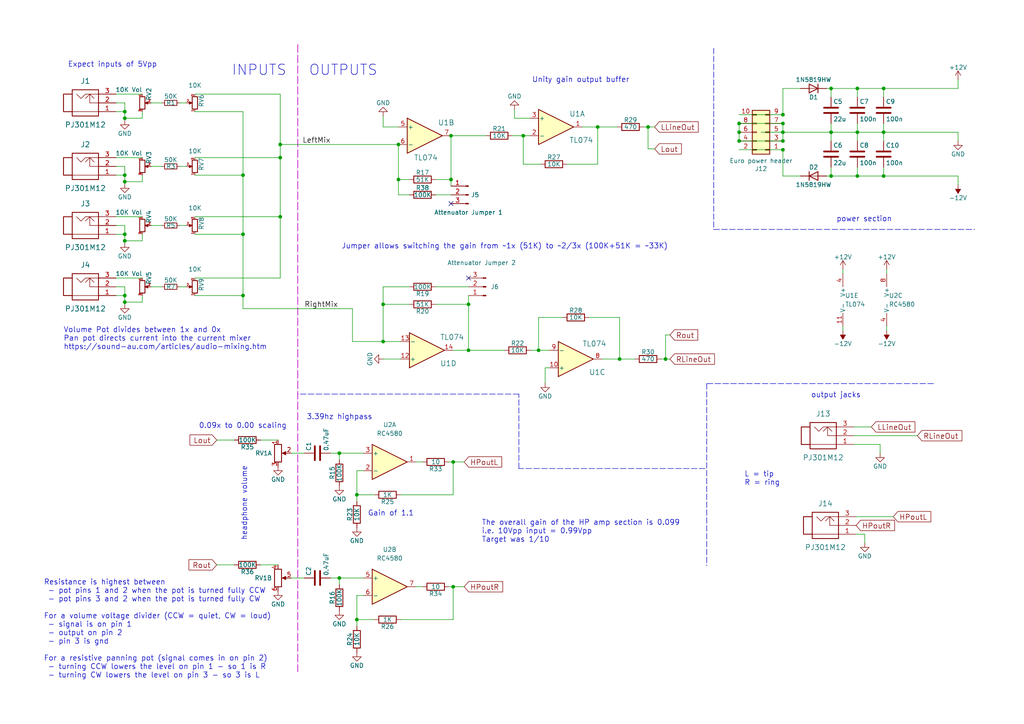
<source format=kicad_sch>
(kicad_sch (version 20211123) (generator eeschema)
  (paper "A4")
  (lib_symbols
    (symbol "Amplifier_Operational:RC4580" (pin_names (offset 0.127))
      (property "Reference" "U" (at 0 5.08 0))
      (property "Value" "RC4580" (at 0 -5.08 0))
      (symbol "RC4580_1_1"
        (polyline (pts (xy -5.08 5.08) (xy 5.08 0) (xy -5.08 -5.08) (xy -5.08 5.08)) (stroke (width 0.254)) (fill (type background)))
        (pin output line (at 7.62 0 180) (length 2.54) (name "~") (number "1"))
        (pin input line (at -7.62 -2.54 0) (length 2.54) (name "-") (number "2"))
        (pin input line (at -7.62 2.54 0) (length 2.54) (name "+") (number "3"))
      )
      (symbol "RC4580_2_1"
        (polyline (pts (xy -5.08 5.08) (xy 5.08 0) (xy -5.08 -5.08) (xy -5.08 5.08)) (stroke (width 0.254)) (fill (type background)))
        (pin input line (at -7.62 2.54 0) (length 2.54) (name "+") (number "5"))
        (pin input line (at -7.62 -2.54 0) (length 2.54) (name "-") (number "6"))
        (pin output line (at 7.62 0 180) (length 2.54) (name "~") (number "7"))
      )
      (symbol "RC4580_3_1"
        (pin power_in line (at -2.54 -7.62 90) (length 3.81) (name "V-") (number "4"))
        (pin power_in line (at -2.54 7.62 270) (length 3.81) (name "V+") (number "8"))
      )
    )
    (symbol "Amplifier_Operational:TL074" (pin_names (offset 0.127))
      (property "Reference" "U" (at 0 5.08 0))
      (property "Value" "TL074" (at 0 -5.08 0))
      (symbol "TL074_1_1"
        (polyline (pts (xy -5.08 5.08) (xy 5.08 0) (xy -5.08 -5.08) (xy -5.08 5.08)) (stroke (width 0.254)) (fill (type background)))
        (pin output line (at 7.62 0 180) (length 2.54) (name "~") (number "1"))
        (pin input line (at -7.62 -2.54 0) (length 2.54) (name "-") (number "2"))
        (pin input line (at -7.62 2.54 0) (length 2.54) (name "+") (number "3"))
      )
      (symbol "TL074_2_1"
        (polyline (pts (xy -5.08 5.08) (xy 5.08 0) (xy -5.08 -5.08) (xy -5.08 5.08)) (stroke (width 0.254)) (fill (type background)))
        (pin input line (at -7.62 2.54 0) (length 2.54) (name "+") (number "5"))
        (pin input line (at -7.62 -2.54 0) (length 2.54) (name "-") (number "6"))
        (pin output line (at 7.62 0 180) (length 2.54) (name "~") (number "7"))
      )
      (symbol "TL074_3_1"
        (polyline (pts (xy -5.08 5.08) (xy 5.08 0) (xy -5.08 -5.08) (xy -5.08 5.08)) (stroke (width 0.254)) (fill (type background)))
        (pin input line (at -7.62 2.54 0) (length 2.54) (name "+") (number "10"))
        (pin output line (at 7.62 0 180) (length 2.54) (name "~") (number "8"))
        (pin input line (at -7.62 -2.54 0) (length 2.54) (name "-") (number "9"))
      )
      (symbol "TL074_4_1"
        (polyline (pts (xy -5.08 5.08) (xy 5.08 0) (xy -5.08 -5.08) (xy -5.08 5.08)) (stroke (width 0.254)) (fill (type background)))
        (pin input line (at -7.62 2.54 0) (length 2.54) (name "+") (number "12"))
        (pin input line (at -7.62 -2.54 0) (length 2.54) (name "-") (number "13"))
        (pin output line (at 7.62 0 180) (length 2.54) (name "~") (number "14"))
      )
      (symbol "TL074_5_1"
        (pin power_in line (at -2.54 -7.62 90) (length 3.81) (name "V-") (number "11"))
        (pin power_in line (at -2.54 7.62 270) (length 3.81) (name "V+") (number "4"))
      )
    )
    (symbol "Connector:Conn_01x03_Male" (pin_names (offset 1.016) hide)
      (property "Reference" "J" (at 0 5.08 0))
      (property "Value" "Conn_01x03_Male" (at 0 -5.08 0))
      (symbol "Conn_01x03_Male_1_1"
        (polyline (pts (xy 1.27 -2.54) (xy 0.8636 -2.54)) (stroke (width 0.1524)))
        (polyline (pts (xy 1.27 0) (xy 0.8636 0)) (stroke (width 0.1524)))
        (polyline (pts (xy 1.27 2.54) (xy 0.8636 2.54)) (stroke (width 0.1524)))
        (rectangle (start 0.8636 -2.413) (end 0 -2.667) (stroke (width 0.1524)) (fill (type outline)))
        (rectangle (start 0.8636 0.127) (end 0 -0.127) (stroke (width 0.1524)) (fill (type outline)))
        (rectangle (start 0.8636 2.667) (end 0 2.413) (stroke (width 0.1524)) (fill (type outline)))
        (pin passive line (at 5.08 2.54 180) (length 3.81) (name "Pin_1") (number "1"))
        (pin passive line (at 5.08 0 180) (length 3.81) (name "Pin_2") (number "2"))
        (pin passive line (at 5.08 -2.54 180) (length 3.81) (name "Pin_3") (number "3"))
      )
    )
    (symbol "Connector_Generic:Conn_02x05_Odd_Even" (pin_names (offset 1.016) hide)
      (property "Reference" "J" (at 1.27 7.62 0))
      (property "Value" "Conn_02x05_Odd_Even" (at 1.27 -7.62 0))
      (symbol "Conn_02x05_Odd_Even_1_1"
        (rectangle (start -1.27 -4.953) (end 0 -5.207) (stroke (width 0.1524)))
        (rectangle (start -1.27 -2.413) (end 0 -2.667) (stroke (width 0.1524)))
        (rectangle (start -1.27 0.127) (end 0 -0.127) (stroke (width 0.1524)))
        (rectangle (start -1.27 2.667) (end 0 2.413) (stroke (width 0.1524)))
        (rectangle (start -1.27 5.207) (end 0 4.953) (stroke (width 0.1524)))
        (rectangle (start -1.27 6.35) (end 3.81 -6.35) (stroke (width 0.254)) (fill (type background)))
        (rectangle (start 3.81 -4.953) (end 2.54 -5.207) (stroke (width 0.1524)))
        (rectangle (start 3.81 -2.413) (end 2.54 -2.667) (stroke (width 0.1524)))
        (rectangle (start 3.81 0.127) (end 2.54 -0.127) (stroke (width 0.1524)))
        (rectangle (start 3.81 2.667) (end 2.54 2.413) (stroke (width 0.1524)))
        (rectangle (start 3.81 5.207) (end 2.54 4.953) (stroke (width 0.1524)))
        (pin passive line (at -5.08 5.08 0) (length 3.81) (name "Pin_1") (number "1"))
        (pin passive line (at 7.62 -5.08 180) (length 3.81) (name "Pin_10") (number "10"))
        (pin passive line (at 7.62 5.08 180) (length 3.81) (name "Pin_2") (number "2"))
        (pin passive line (at -5.08 2.54 0) (length 3.81) (name "Pin_3") (number "3"))
        (pin passive line (at 7.62 2.54 180) (length 3.81) (name "Pin_4") (number "4"))
        (pin passive line (at -5.08 0 0) (length 3.81) (name "Pin_5") (number "5"))
        (pin passive line (at 7.62 0 180) (length 3.81) (name "Pin_6") (number "6"))
        (pin passive line (at -5.08 -2.54 0) (length 3.81) (name "Pin_7") (number "7"))
        (pin passive line (at 7.62 -2.54 180) (length 3.81) (name "Pin_8") (number "8"))
        (pin passive line (at -5.08 -5.08 0) (length 3.81) (name "Pin_9") (number "9"))
      )
    )
    (symbol "Device:C" (pin_numbers hide) (pin_names (offset 0.254))
      (property "Reference" "C" (at 0.635 2.54 0))
      (property "Value" "C" (at 0.635 -2.54 0))
      (symbol "C_0_1"
        (polyline (pts (xy -2.032 -0.762) (xy 2.032 -0.762)) (stroke (width 0.508)))
        (polyline (pts (xy -2.032 0.762) (xy 2.032 0.762)) (stroke (width 0.508)))
      )
      (symbol "C_1_1"
        (pin passive line (at 0 3.81 270) (length 2.794) (name "~") (number "1"))
        (pin passive line (at 0 -3.81 90) (length 2.794) (name "~") (number "2"))
      )
    )
    (symbol "Device:D" (pin_numbers hide) (pin_names (offset 1.016) hide)
      (property "Reference" "D" (at 0 2.54 0))
      (property "Value" "D" (at 0 -2.54 0))
      (symbol "D_0_1"
        (polyline (pts (xy -1.27 1.27) (xy -1.27 -1.27)) (stroke (width 0.254)))
        (polyline (pts (xy 1.27 0) (xy -1.27 0)))
        (polyline (pts (xy 1.27 1.27) (xy 1.27 -1.27) (xy -1.27 0) (xy 1.27 1.27)) (stroke (width 0.254)))
      )
      (symbol "D_1_1"
        (pin passive line (at -3.81 0 0) (length 2.54) (name "K") (number "1"))
        (pin passive line (at 3.81 0 180) (length 2.54) (name "A") (number "2"))
      )
    )
    (symbol "Device:R" (pin_numbers hide) (pin_names (offset 0))
      (property "Reference" "R" (at 2.032 0 90))
      (property "Value" "R" (at 0 0 90))
      (symbol "R_0_1"
        (rectangle (start -1.016 -2.54) (end 1.016 2.54) (stroke (width 0.254)))
      )
      (symbol "R_1_1"
        (pin passive line (at 0 3.81 270) (length 1.27) (name "~") (number "1"))
        (pin passive line (at 0 -3.81 90) (length 1.27) (name "~") (number "2"))
      )
    )
    (symbol "Device:R_POT_Dual_Separate" (pin_names (offset 1.016) hide)
      (property "Reference" "RV" (at -4.445 0 90))
      (property "Value" "Device_R_POT_Dual_Separate" (at -2.54 0 90))
      (symbol "R_POT_Dual_Separate_0_1"
        (polyline (pts (xy 2.54 0) (xy 1.524 0)))
        (polyline (pts (xy 1.143 0) (xy 2.286 0.508) (xy 2.286 -0.508) (xy 1.143 0)) (fill (type outline)))
        (rectangle (start 1.016 2.54) (end -1.016 -2.54) (stroke (width 0.254)))
      )
      (symbol "R_POT_Dual_Separate_1_1"
        (pin passive line (at 0 3.81 270) (length 1.27) (name "1") (number "1"))
        (pin passive line (at 3.81 0 180) (length 1.27) (name "2") (number "2"))
        (pin passive line (at 0 -3.81 90) (length 1.27) (name "3") (number "3"))
      )
      (symbol "R_POT_Dual_Separate_2_1"
        (pin passive line (at 0 3.81 270) (length 1.27) (name "4") (number "4"))
        (pin passive line (at 3.81 0 180) (length 1.27) (name "5") (number "5"))
        (pin passive line (at 0 -3.81 90) (length 1.27) (name "6") (number "6"))
      )
    )
    (symbol "Device:R_Potentiometer_Small" (pin_names (offset 1.016) hide)
      (property "Reference" "RV" (at -4.445 0 90))
      (property "Value" "R_Potentiometer_Small" (at -2.54 0 90))
      (symbol "R_Potentiometer_Small_0_1"
        (polyline (pts (xy 0.889 0) (xy 0.635 0) (xy 1.651 0.381) (xy 1.651 -0.381) (xy 0.635 0) (xy 0.889 0)) (fill (type outline)))
        (rectangle (start 0.762 1.8034) (end -0.762 -1.8034) (stroke (width 0.254)))
      )
      (symbol "R_Potentiometer_Small_1_1"
        (pin passive line (at 0 2.54 270) (length 0.635) (name "1") (number "1"))
        (pin passive line (at 2.54 0 180) (length 0.9906) (name "2") (number "2"))
        (pin passive line (at 0 -2.54 90) (length 0.635) (name "3") (number "3"))
      )
    )
    (symbol "Device:R_Small" (pin_numbers hide) (pin_names (offset 0.254) hide)
      (property "Reference" "R" (at 0.762 0.508 0))
      (property "Value" "R_Small" (at 0.762 -1.016 0))
      (symbol "R_Small_0_1"
        (rectangle (start -0.762 1.778) (end 0.762 -1.778) (stroke (width 0.2032)))
      )
      (symbol "R_Small_1_1"
        (pin passive line (at 0 2.54 270) (length 0.762) (name "~") (number "1"))
        (pin passive line (at 0 -2.54 90) (length 0.762) (name "~") (number "2"))
      )
    )
    (symbol "pj301m12:PJ301M12" (pin_names (offset 1.016))
      (property "Reference" "J" (at 0 6.35 0))
      (property "Value" "PJ301M12" (at 0 -6.35 0))
      (symbol "PJ301M12_0_1"
        (rectangle (start -3.81 3.81) (end 3.81 -3.81) (stroke (width 0.254)))
        (polyline (pts (xy 3.81 -2.54) (xy -3.81 -2.54)))
        (polyline (pts (xy 0 1.27) (xy 1.27 2.54) (xy 2.54 1.27)))
        (polyline (pts (xy 3.81 0) (xy 1.27 0) (xy 1.27 2.54)))
        (polyline (pts (xy -3.81 2.54) (xy -6.35 2.54) (xy -6.35 -2.54) (xy -3.81 -2.54)) (stroke (width 0.254)))
        (polyline (pts (xy 3.81 2.54) (xy 0 2.54) (xy -1.27 1.27) (xy -2.54 2.54)))
      )
      (symbol "PJ301M12_1_1"
        (pin passive line (at 8.89 -2.54 180) (length 5.08) (name "~") (number "1"))
        (pin passive line (at 8.89 0 180) (length 5.08) (name "~") (number "2"))
        (pin passive line (at 8.89 2.54 180) (length 5.08) (name "~") (number "3"))
      )
    )
    (symbol "power:+12V" (power) (pin_names (offset 0))
      (property "Value" "+12V" (at 0 3.556 0))
      (symbol "+12V_0_1"
        (polyline (pts (xy -0.762 1.27) (xy 0 2.54)))
        (polyline (pts (xy 0 0) (xy 0 2.54)))
        (polyline (pts (xy 0 2.54) (xy 0.762 1.27)))
      )
      (symbol "+12V_1_1"
        (pin power_in line (at 0 0 90) (length 0) hide (name "+12V") (number "1"))
      )
    )
    (symbol "power:-12V" (power) (pin_names (offset 0))
      (property "Value" "-12V" (at 0 3.81 0))
      (symbol "-12V_0_0"
        (pin power_in line (at 0 0 90) (length 0) hide (name "-12V") (number "1"))
      )
      (symbol "-12V_0_1"
        (polyline (pts (xy 0 0) (xy 0 1.27) (xy 0.762 1.27) (xy 0 2.54) (xy -0.762 1.27) (xy 0 1.27)) (fill (type outline)))
      )
    )
    (symbol "power:GND" (power) (pin_names (offset 0))
      (property "Value" "GND" (at 0 -3.81 0))
      (symbol "GND_0_1"
        (polyline (pts (xy 0 0) (xy 0 -1.27) (xy 1.27 -1.27) (xy 0 -2.54) (xy -1.27 -1.27) (xy 0 -1.27)))
      )
      (symbol "GND_1_1"
        (pin power_in line (at 0 0 270) (length 0) hide (name "GND") (number "1"))
      )
    )
  )
  (junction (at 131.445 170.18))
  (junction (at 248.666 51.054))
  (junction (at 115.57 41.91))
  (junction (at 248.666 38.354))
  (junction (at 36.195 34.29))
  (junction (at 227.076 40.894))
  (junction (at 193.04 104.14))
  (junction (at 36.195 32.385))
  (junction (at 36.195 87.63))
  (junction (at 70.485 67.945))
  (junction (at 115.57 52.07))
  (junction (at 98.425 167.64))
  (junction (at 111.125 88.265))
  (junction (at 98.425 131.445))
  (junction (at 214.376 35.814))
  (junction (at 227.076 35.814))
  (junction (at 36.195 85.725))
  (junction (at 81.28 41.91))
  (junction (at 256.286 38.354))
  (junction (at 227.076 43.434))
  (junction (at 156.21 101.6))
  (junction (at 36.195 50.8))
  (junction (at 111.125 99.06))
  (junction (at 36.195 52.705))
  (junction (at 103.505 143.51))
  (junction (at 151.765 39.37))
  (junction (at 214.376 40.894))
  (junction (at 36.195 69.85))
  (junction (at 241.046 51.054))
  (junction (at 135.89 101.6))
  (junction (at 81.28 45.72))
  (junction (at 256.286 51.054))
  (junction (at 70.485 85.725))
  (junction (at 227.076 38.354))
  (junction (at 70.485 50.8))
  (junction (at 227.076 33.274))
  (junction (at 173.355 36.83))
  (junction (at 130.81 52.07))
  (junction (at 81.28 62.865))
  (junction (at 179.705 104.14))
  (junction (at 130.81 39.37))
  (junction (at 36.195 67.945))
  (junction (at 256.286 25.654))
  (junction (at 214.376 38.354))
  (junction (at 248.666 25.654))
  (junction (at 131.445 133.985))
  (junction (at 135.89 88.265))
  (junction (at 103.505 179.705))
  (junction (at 187.96 36.83))
  (junction (at 241.046 38.354))
  (junction (at 241.046 25.654))
  (no_connect (at 130.81 59.055))
  (no_connect (at 135.89 80.645))
  (wire (pts (xy 227.076 35.814) (xy 227.076 38.354)))
  (wire (pts (xy 241.046 25.654) (xy 248.666 25.654)))
  (wire (pts (xy 111.125 104.14) (xy 116.205 104.14)))
  (wire (pts (xy 41.275 69.85) (xy 36.195 69.85)))
  (wire (pts (xy 111.125 99.06) (xy 111.125 88.265)))
  (wire (pts (xy 43.815 65.405) (xy 46.99 65.405)))
  (wire (pts (xy 135.89 88.265) (xy 135.89 101.6)))
  (wire (pts (xy 130.81 52.07) (xy 130.81 53.975)))
  (wire (pts (xy 43.815 29.845) (xy 46.99 29.845)))
  (wire (pts (xy 103.505 179.705) (xy 103.505 181.61)))
  (wire (pts (xy 98.425 167.64) (xy 98.425 169.545)))
  (wire (pts (xy 151.765 47.625) (xy 156.845 47.625)))
  (wire (pts (xy 105.41 136.525) (xy 103.505 136.525)))
  (wire (pts (xy 248.666 25.654) (xy 248.666 28.194)))
  (wire (pts (xy 220.726 38.354) (xy 227.076 38.354)))
  (wire (pts (xy 84.455 131.445) (xy 88.265 131.445)))
  (wire (pts (xy 36.195 67.945) (xy 36.195 69.85)))
  (wire (pts (xy 105.41 172.72) (xy 103.505 172.72)))
  (wire (pts (xy 33.655 83.185) (xy 36.195 83.185)))
  (wire (pts (xy 115.57 52.07) (xy 118.745 52.07)))
  (wire (pts (xy 135.89 85.725) (xy 135.89 88.265)))
  (wire (pts (xy 255.27 128.905) (xy 255.27 131.445)))
  (wire (pts (xy 130.175 133.985) (xy 131.445 133.985)))
  (wire (pts (xy 241.046 35.814) (xy 241.046 38.354)))
  (wire (pts (xy 33.655 50.8) (xy 36.195 50.8)))
  (wire (pts (xy 98.425 131.445) (xy 105.41 131.445)))
  (wire (pts (xy 186.69 36.83) (xy 187.96 36.83)))
  (wire (pts (xy 115.57 41.91) (xy 115.57 52.07)))
  (wire (pts (xy 191.77 104.14) (xy 193.04 104.14)))
  (wire (pts (xy 84.455 167.64) (xy 88.265 167.64)))
  (wire (pts (xy 41.275 85.725) (xy 41.275 87.63)))
  (wire (pts (xy 116.205 99.06) (xy 111.125 99.06)))
  (wire (pts (xy 156.21 92.075) (xy 163.195 92.075)))
  (wire (pts (xy 33.655 80.645) (xy 41.275 80.645)))
  (wire (pts (xy 103.505 136.525) (xy 103.505 143.51)))
  (wire (pts (xy 247.65 126.365) (xy 266.065 126.365)))
  (wire (pts (xy 103.505 172.72) (xy 103.505 179.705)))
  (wire (pts (xy 36.195 69.85) (xy 36.195 70.485)))
  (wire (pts (xy 81.28 45.72) (xy 81.28 62.865)))
  (wire (pts (xy 131.445 133.985) (xy 131.445 143.51)))
  (wire (pts (xy 248.666 38.354) (xy 248.666 40.894)))
  (wire (pts (xy 241.046 51.054) (xy 248.666 51.054)))
  (wire (pts (xy 41.275 87.63) (xy 36.195 87.63)))
  (wire (pts (xy 164.465 47.625) (xy 173.355 47.625)))
  (wire (pts (xy 36.195 65.405) (xy 36.195 67.945)))
  (wire (pts (xy 247.65 123.825) (xy 252.73 123.825)))
  (wire (pts (xy 70.485 67.945) (xy 70.485 85.725)))
  (wire (pts (xy 256.286 25.654) (xy 277.876 25.654)))
  (wire (pts (xy 248.666 48.514) (xy 248.666 51.054)))
  (wire (pts (xy 41.275 32.385) (xy 41.275 34.29)))
  (wire (pts (xy 244.475 78.105) (xy 244.475 79.375)))
  (wire (pts (xy 257.175 94.615) (xy 257.175 95.885)))
  (wire (pts (xy 36.195 83.185) (xy 36.195 85.725)))
  (wire (pts (xy 131.445 101.6) (xy 135.89 101.6)))
  (wire (pts (xy 131.445 133.985) (xy 134.62 133.985)))
  (wire (pts (xy 130.81 39.37) (xy 140.97 39.37)))
  (wire (pts (xy 135.89 101.6) (xy 146.304 101.6)))
  (polyline (pts (xy 204.47 135.89) (xy 150.495 135.89)))
  (wire (pts (xy 111.125 88.265) (xy 111.125 83.185)))
  (wire (pts (xy 241.046 38.354) (xy 241.046 40.894)))
  (wire (pts (xy 277.876 25.654) (xy 277.876 23.114)))
  (wire (pts (xy 214.376 35.814) (xy 227.076 35.814)))
  (wire (pts (xy 148.59 39.37) (xy 151.765 39.37)))
  (wire (pts (xy 241.046 25.654) (xy 241.046 28.194)))
  (polyline (pts (xy 86.36 12.954) (xy 86.36 194.818)) (stroke (width 0.2032) (color 194 0 194 1)))
  (polyline (pts (xy 270.764 111.252) (xy 204.978 111.252)))
  (wire (pts (xy 248.285 149.86) (xy 259.08 149.86)))
  (wire (pts (xy 75.565 127.635) (xy 80.645 127.635)))
  (wire (pts (xy 158.115 106.68) (xy 158.115 111.125)))
  (wire (pts (xy 248.666 38.354) (xy 256.286 38.354)))
  (wire (pts (xy 168.91 36.83) (xy 173.355 36.83)))
  (polyline (pts (xy 204.978 111.252) (xy 204.978 164.084)))
  (wire (pts (xy 36.195 29.845) (xy 36.195 32.385)))
  (wire (pts (xy 70.485 89.535) (xy 102.235 89.535)))
  (wire (pts (xy 36.195 32.385) (xy 36.195 34.29)))
  (wire (pts (xy 173.355 36.83) (xy 173.355 47.625)))
  (wire (pts (xy 36.195 52.705) (xy 36.195 53.34)))
  (wire (pts (xy 52.07 48.26) (xy 53.975 48.26)))
  (wire (pts (xy 247.65 128.905) (xy 255.27 128.905)))
  (wire (pts (xy 126.365 52.07) (xy 130.81 52.07)))
  (wire (pts (xy 81.28 41.91) (xy 115.57 41.91)))
  (wire (pts (xy 244.475 94.615) (xy 244.475 95.885)))
  (wire (pts (xy 126.365 56.515) (xy 130.81 56.515)))
  (wire (pts (xy 56.515 62.865) (xy 81.28 62.865)))
  (wire (pts (xy 173.355 36.83) (xy 179.07 36.83)))
  (wire (pts (xy 33.655 85.725) (xy 36.195 85.725)))
  (wire (pts (xy 131.445 170.18) (xy 134.62 170.18)))
  (wire (pts (xy 227.076 43.434) (xy 227.076 51.054)))
  (wire (pts (xy 98.425 131.445) (xy 98.425 133.35)))
  (wire (pts (xy 102.235 89.535) (xy 102.235 99.06)))
  (wire (pts (xy 193.04 97.155) (xy 193.04 104.14)))
  (wire (pts (xy 70.485 50.8) (xy 70.485 67.945)))
  (wire (pts (xy 33.655 67.945) (xy 36.195 67.945)))
  (wire (pts (xy 33.655 27.305) (xy 41.275 27.305)))
  (wire (pts (xy 126.365 88.265) (xy 135.89 88.265)))
  (wire (pts (xy 52.07 29.845) (xy 53.975 29.845)))
  (wire (pts (xy 156.21 92.075) (xy 156.21 101.6)))
  (wire (pts (xy 239.776 25.654) (xy 241.046 25.654)))
  (polyline (pts (xy 150.495 114.3) (xy 86.36 114.3)))
  (wire (pts (xy 111.125 33.655) (xy 111.125 36.83)))
  (wire (pts (xy 214.376 40.894) (xy 214.376 38.354)))
  (wire (pts (xy 33.655 48.26) (xy 36.195 48.26)))
  (wire (pts (xy 43.815 83.185) (xy 46.99 83.185)))
  (wire (pts (xy 52.07 65.405) (xy 53.975 65.405)))
  (polyline (pts (xy 207.01 66.548) (xy 282.702 66.548)))
  (wire (pts (xy 227.076 38.354) (xy 227.076 40.894)))
  (wire (pts (xy 241.046 38.354) (xy 248.666 38.354)))
  (wire (pts (xy 187.96 36.83) (xy 187.96 43.18)))
  (wire (pts (xy 41.275 34.29) (xy 36.195 34.29)))
  (polyline (pts (xy 150.495 135.89) (xy 150.495 114.3)))
  (wire (pts (xy 95.885 131.445) (xy 98.425 131.445)))
  (wire (pts (xy 62.865 163.83) (xy 67.945 163.83)))
  (wire (pts (xy 151.765 39.37) (xy 153.67 39.37)))
  (wire (pts (xy 52.07 83.185) (xy 53.975 83.185)))
  (wire (pts (xy 227.076 33.274) (xy 227.076 25.654)))
  (wire (pts (xy 43.815 48.26) (xy 46.99 48.26)))
  (wire (pts (xy 75.565 163.83) (xy 80.645 163.83)))
  (wire (pts (xy 174.625 104.14) (xy 179.705 104.14)))
  (wire (pts (xy 256.286 51.054) (xy 277.876 51.054)))
  (wire (pts (xy 111.125 83.185) (xy 118.745 83.185)))
  (wire (pts (xy 103.505 143.51) (xy 103.505 145.415)))
  (wire (pts (xy 95.885 167.64) (xy 98.425 167.64)))
  (polyline (pts (xy 207.01 13.97) (xy 207.01 66.548)))
  (wire (pts (xy 227.076 38.354) (xy 241.046 38.354)))
  (wire (pts (xy 193.04 104.14) (xy 194.31 104.14)))
  (wire (pts (xy 277.876 51.054) (xy 277.876 53.594)))
  (wire (pts (xy 70.485 85.725) (xy 70.485 89.535)))
  (wire (pts (xy 103.505 143.51) (xy 108.585 143.51)))
  (wire (pts (xy 241.046 48.514) (xy 241.046 51.054)))
  (wire (pts (xy 111.125 36.83) (xy 115.57 36.83)))
  (wire (pts (xy 227.076 40.894) (xy 214.376 40.894)))
  (wire (pts (xy 156.21 101.6) (xy 159.385 101.6)))
  (wire (pts (xy 179.705 92.075) (xy 179.705 104.14)))
  (wire (pts (xy 62.865 127.635) (xy 67.945 127.635)))
  (wire (pts (xy 277.876 38.354) (xy 277.876 40.894)))
  (wire (pts (xy 33.655 45.72) (xy 41.275 45.72)))
  (wire (pts (xy 56.515 32.385) (xy 70.485 32.385)))
  (wire (pts (xy 170.815 92.075) (xy 179.705 92.075)))
  (wire (pts (xy 56.515 45.72) (xy 81.28 45.72)))
  (wire (pts (xy 187.96 36.83) (xy 189.865 36.83)))
  (wire (pts (xy 248.666 35.814) (xy 248.666 38.354)))
  (wire (pts (xy 153.924 101.6) (xy 156.21 101.6)))
  (wire (pts (xy 214.376 43.434) (xy 227.076 43.434)))
  (wire (pts (xy 103.505 179.705) (xy 108.585 179.705)))
  (wire (pts (xy 36.195 50.8) (xy 36.195 52.705)))
  (wire (pts (xy 131.445 170.18) (xy 131.445 179.705)))
  (wire (pts (xy 56.515 27.305) (xy 81.28 27.305)))
  (wire (pts (xy 256.286 51.054) (xy 256.286 48.514)))
  (wire (pts (xy 115.57 52.07) (xy 115.57 56.515)))
  (wire (pts (xy 126.365 83.185) (xy 135.89 83.185)))
  (wire (pts (xy 56.515 85.725) (xy 70.485 85.725)))
  (wire (pts (xy 81.28 62.865) (xy 81.28 80.645)))
  (wire (pts (xy 33.655 29.845) (xy 36.195 29.845)))
  (wire (pts (xy 256.286 38.354) (xy 256.286 40.894)))
  (wire (pts (xy 256.286 25.654) (xy 256.286 28.194)))
  (wire (pts (xy 33.655 32.385) (xy 36.195 32.385)))
  (wire (pts (xy 149.225 31.75) (xy 149.225 34.29)))
  (wire (pts (xy 248.666 51.054) (xy 256.286 51.054)))
  (wire (pts (xy 187.96 43.18) (xy 189.865 43.18)))
  (wire (pts (xy 130.175 170.18) (xy 131.445 170.18)))
  (wire (pts (xy 70.485 32.385) (xy 70.485 50.8)))
  (wire (pts (xy 116.205 179.705) (xy 131.445 179.705)))
  (wire (pts (xy 115.57 56.515) (xy 118.745 56.515)))
  (wire (pts (xy 248.666 25.654) (xy 256.286 25.654)))
  (wire (pts (xy 159.385 106.68) (xy 158.115 106.68)))
  (wire (pts (xy 179.705 104.14) (xy 184.15 104.14)))
  (wire (pts (xy 41.275 50.8) (xy 41.275 52.705)))
  (wire (pts (xy 214.376 33.274) (xy 227.076 33.274)))
  (wire (pts (xy 149.225 34.29) (xy 153.67 34.29)))
  (wire (pts (xy 227.076 25.654) (xy 232.156 25.654)))
  (wire (pts (xy 257.175 78.105) (xy 257.175 79.375)))
  (wire (pts (xy 120.65 133.985) (xy 122.555 133.985)))
  (wire (pts (xy 102.235 99.06) (xy 111.125 99.06)))
  (wire (pts (xy 116.205 143.51) (xy 131.445 143.51)))
  (wire (pts (xy 256.286 38.354) (xy 277.876 38.354)))
  (wire (pts (xy 194.31 97.155) (xy 193.04 97.155)))
  (wire (pts (xy 239.776 51.054) (xy 241.046 51.054)))
  (wire (pts (xy 120.65 170.18) (xy 122.555 170.18)))
  (wire (pts (xy 41.275 67.945) (xy 41.275 69.85)))
  (wire (pts (xy 214.376 38.354) (xy 214.376 35.814)))
  (wire (pts (xy 56.515 80.645) (xy 81.28 80.645)))
  (wire (pts (xy 56.515 67.945) (xy 70.485 67.945)))
  (wire (pts (xy 36.195 34.29) (xy 36.195 34.925)))
  (wire (pts (xy 151.765 39.37) (xy 151.765 47.625)))
  (wire (pts (xy 36.195 87.63) (xy 36.195 88.265)))
  (wire (pts (xy 227.076 51.054) (xy 232.156 51.054)))
  (wire (pts (xy 33.655 65.405) (xy 36.195 65.405)))
  (wire (pts (xy 248.285 154.94) (xy 250.825 154.94)))
  (wire (pts (xy 36.195 48.26) (xy 36.195 50.8)))
  (wire (pts (xy 250.825 154.94) (xy 250.825 157.48)))
  (wire (pts (xy 111.125 88.265) (xy 118.745 88.265)))
  (wire (pts (xy 56.515 50.8) (xy 70.485 50.8)))
  (wire (pts (xy 256.286 35.814) (xy 256.286 38.354)))
  (wire (pts (xy 130.81 39.37) (xy 130.81 52.07)))
  (wire (pts (xy 98.425 167.64) (xy 105.41 167.64)))
  (wire (pts (xy 81.28 41.91) (xy 81.28 45.72)))
  (wire (pts (xy 81.28 27.305) (xy 81.28 41.91)))
  (wire (pts (xy 36.195 85.725) (xy 36.195 87.63)))
  (wire (pts (xy 41.275 52.705) (xy 36.195 52.705)))
  (wire (pts (xy 33.655 62.865) (xy 41.275 62.865)))
  (text "The overall gain of the HP amp section is 0.099\ni.e. 10Vpp input = 0.99Vpp\nTarget was 1/10" (at 139.7 157.48 0) (effects (font (size 1.524 1.524)) (justify left bottom)))
  (text "headphone volume" (at 71.755 156.845 90) (effects (font (size 1.524 1.524)) (justify left bottom)))
  (text "3.39hz highpass" (at 88.9 121.92 0) (effects (font (size 1.524 1.524)) (justify left bottom)))
  (text "INPUTS" (at 83.185 22.225 180) (effects (font (size 2.9972 2.9972)) (justify right bottom)))
  (text "Volume Pot divides between 1x and 0x\nPan pot directs current into the current mixer\nhttps://sound-au.com/articles/audio-mixing.htm" (at 18.415 101.6 0) (effects (font (size 1.524 1.524)) (justify left bottom)))
  (text "L = tip\nR = ring" (at 215.9 140.97 0) (effects (font (size 1.524 1.524)) (justify left bottom)))
  (text "Unity gain output buffer" (at 154.305 24.13 0) (effects (font (size 1.524 1.524)) (justify left bottom)))
  (text "0.09x to 0.00 scaling" (at 83.185 124.46 180) (effects (font (size 1.524 1.524)) (justify right bottom)))
  (text "Gain of 1.1" (at 106.68 149.86 0) (effects (font (size 1.524 1.524)) (justify left bottom)))
  (text "OUTPUTS" (at 89.535 22.225 0) (effects (font (size 2.9972 2.9972)) (justify left bottom)))
  (text "Jumper allows switching the gain from ~1x (51K) to ~2/3x (100K+51K = ~33K)" (at 99.06 72.39 0) (effects (font (size 1.524 1.524)) (justify left bottom)))
  (text "output jacks" (at 235.204 115.57 0) (effects (font (size 1.524 1.524)) (justify left bottom)))
  (text "Expect inputs of 5Vpp" (at 19.685 19.685 0) (effects (font (size 1.524 1.524)) (justify left bottom)))
  (text "power section" (at 242.57 64.516 0) (effects (font (size 1.524 1.524)) (justify left bottom)))
  (text "Resistance is highest between\n - pot pins 1 and 2 when the pot is turned fully CCW\n - pot pins 3 and 2 when the pot is turned fully CW\n\nFor a volume voltage divider (CCW = quiet, CW = loud)\n - signal is on pin 1\n - output on pin 2\n - pin 3 is gnd\n\nFor a resistive panning pot (signal comes in on pin 2)\n - turning CCW lowers the level on pin 1 - so 1 is R\n - turning CW lowers the level on pin 3 - so 3 is L\n" (at 12.7 196.85 0) (effects (font (size 1.524 1.524)) (justify left bottom)))
  (label "RightMix" (at 88.265 89.535 0) (effects (font (size 1.524 1.524))))
  (label "LeftMix" (at 95.885 41.91 180) (effects (font (size 1.524 1.524))))
  (global_label "RLineOut" (shape input) (at 194.31 104.14 0) (effects (font (size 1.524 1.524))) (property "Intersheet References" "${INTERSHEET_REFS}" (effects hide)))
  (global_label "HPoutL" (shape input) (at 134.62 133.985 0) (effects (font (size 1.524 1.524))) (property "Intersheet References" "${INTERSHEET_REFS}" (effects hide)))
  (global_label "RLineOut" (shape input) (at 266.065 126.365 0) (effects (font (size 1.524 1.524))) (property "Intersheet References" "${INTERSHEET_REFS}" (effects hide)))
  (global_label "HPoutL" (shape input) (at 259.08 149.86 0) (effects (font (size 1.524 1.524))) (property "Intersheet References" "${INTERSHEET_REFS}" (effects hide)))
  (global_label "Lout" (shape input) (at 62.865 127.635 180) (effects (font (size 1.524 1.524))) (property "Intersheet References" "${INTERSHEET_REFS}" (effects hide)))
  (global_label "HPoutR" (shape input) (at 134.62 170.18 0) (effects (font (size 1.524 1.524))) (property "Intersheet References" "${INTERSHEET_REFS}" (effects hide)))
  (global_label "Rout" (shape input) (at 194.31 97.155 0) (effects (font (size 1.524 1.524))) (property "Intersheet References" "${INTERSHEET_REFS}" (effects hide)))
  (global_label "LLineOut" (shape input) (at 252.73 123.825 0) (effects (font (size 1.524 1.524))) (property "Intersheet References" "${INTERSHEET_REFS}" (effects hide)))
  (global_label "Rout" (shape input) (at 62.865 163.83 180) (effects (font (size 1.524 1.524))) (property "Intersheet References" "${INTERSHEET_REFS}" (effects hide)))
  (global_label "HPoutR" (shape input) (at 248.285 152.4 0) (effects (font (size 1.524 1.524))) (property "Intersheet References" "${INTERSHEET_REFS}" (effects hide)))
  (global_label "LLineOut" (shape input) (at 189.865 36.83 0) (effects (font (size 1.524 1.524))) (property "Intersheet References" "${INTERSHEET_REFS}" (effects hide)))
  (global_label "Lout" (shape input) (at 189.865 43.18 0) (effects (font (size 1.524 1.524))) (property "Intersheet References" "${INTERSHEET_REFS}" (effects hide)))
  (symbol (lib_id "Device:R") (at 182.88 36.83 90) (unit 1)
    (property "Reference" "R29" (at 182.88 34.798 90))
    (property "Value" "470" (at 182.88 36.83 90))
    (property "Footprint" "Resistor_SMD:R_0603_1608Metric" (effects hide))
  )
  (symbol (lib_id "Device:R") (at 187.96 104.14 90) (unit 1)
    (property "Reference" "R30" (at 187.96 102.108 90))
    (property "Value" "470" (at 187.96 104.14 90))
    (property "Footprint" "Resistor_SMD:R_0603_1608Metric" (effects hide))
  )
  (symbol (lib_id "Device:R") (at 122.555 52.07 90) (unit 1)
    (property "Reference" "R17" (at 122.555 50.038 90))
    (property "Value" "51K" (at 122.555 52.07 90))
    (property "Footprint" "Resistor_SMD:R_0603_1608Metric" (effects hide))
  )
  (symbol (lib_id "Device:R") (at 144.78 39.37 90) (unit 1)
    (property "Reference" "R21" (at 144.78 37.338 90))
    (property "Value" "10K" (at 144.78 39.37 90))
    (property "Footprint" "Resistor_SMD:R_0603_1608Metric" (effects hide))
  )
  (symbol (lib_id "Device:R") (at 160.655 47.625 90) (unit 1)
    (property "Reference" "R27" (at 160.655 45.593 90))
    (property "Value" "10K" (at 160.655 47.625 90))
    (property "Footprint" "Resistor_SMD:R_0603_1608Metric" (effects hide))
  )
  (symbol (lib_id "Device:R") (at 122.555 88.265 90) (mirror x) (unit 1)
    (property "Reference" "R20" (at 122.555 90.297 90))
    (property "Value" "51K" (at 122.555 88.265 90))
    (property "Footprint" "Resistor_SMD:R_0603_1608Metric" (effects hide))
  )
  (symbol (lib_id "Device:R") (at 150.114 101.6 90) (unit 1)
    (property "Reference" "R22" (at 150.114 99.568 90))
    (property "Value" "10K" (at 150.114 101.6 90))
    (property "Footprint" "Resistor_SMD:R_0603_1608Metric" (effects hide))
  )
  (symbol (lib_id "Device:R") (at 167.005 92.075 90) (unit 1)
    (property "Reference" "R28" (at 167.005 90.043 90))
    (property "Value" "10K" (at 167.005 92.075 90))
    (property "Footprint" "Resistor_SMD:R_0603_1608Metric" (effects hide))
  )
  (symbol (lib_id "Device:D") (at 235.966 25.654 180) (unit 1)
    (property "Reference" "D1" (at 235.966 28.194 0))
    (property "Value" "1N5819HW" (at 235.966 23.114 0))
    (property "Footprint" "nearness:SOD-123" (effects hide))
  )
  (symbol (lib_id "Device:D") (at 235.966 51.054 0) (unit 1)
    (property "Reference" "D2" (at 235.966 48.514 0))
    (property "Value" "1N5819HW" (at 235.966 53.594 0))
    (property "Footprint" "nearness:SOD-123" (effects hide))
  )
  (symbol (lib_id "Device:C") (at 241.046 32.004 0) (unit 1)
    (property "Reference" "C5" (at 241.681 29.464 0) (effects (justify left)))
    (property "Value" "22u" (at 241.681 34.544 0) (effects (justify left)))
    (property "Footprint" "Capacitor_SMD:C_0805_2012Metric" (effects hide))
  )
  (symbol (lib_id "Device:C") (at 241.046 44.704 0) (unit 1)
    (property "Reference" "C6" (at 241.681 42.164 0) (effects (justify left)))
    (property "Value" "22u" (at 241.681 47.244 0) (effects (justify left)))
    (property "Footprint" "Capacitor_SMD:C_0805_2012Metric" (effects hide))
  )
  (symbol (lib_id "Device:C") (at 248.666 32.004 0) (unit 1)
    (property "Reference" "C7" (at 249.301 29.464 0) (effects (justify left)))
    (property "Value" "100n" (at 249.301 34.544 0) (effects (justify left)))
    (property "Footprint" "Capacitor_SMD:C_0603_1608Metric" (effects hide))
  )
  (symbol (lib_id "Device:C") (at 248.666 44.704 0) (unit 1)
    (property "Reference" "C8" (at 249.301 42.164 0) (effects (justify left)))
    (property "Value" "100n" (at 249.301 47.244 0) (effects (justify left)))
    (property "Footprint" "Capacitor_SMD:C_0603_1608Metric" (effects hide))
  )
  (symbol (lib_id "power:+12V") (at 277.876 23.114 0) (unit 1)
    (property "Reference" "#PWR029" (effects hide))
    (property "Value" "+12V" (at 277.876 19.558 0))
  )
  (symbol (lib_id "power:-12V") (at 277.876 53.594 180) (unit 1)
    (property "Reference" "#PWR031" (effects hide))
    (property "Value" "-12V" (at 277.876 57.404 0))
  )
  (symbol (lib_id "power:GND") (at 277.876 40.894 0) (unit 1)
    (property "Reference" "#PWR030" (effects hide))
    (property "Value" "GND" (at 277.876 44.704 0))
  )
  (symbol (lib_id "power:+12V") (at 244.475 78.105 0) (unit 1)
    (property "Reference" "#PWR022" (effects hide))
    (property "Value" "+12V" (at 244.475 74.549 0))
  )
  (symbol (lib_id "power:-12V") (at 244.475 95.885 180) (unit 1)
    (property "Reference" "#PWR023" (effects hide))
    (property "Value" "-12V" (at 244.475 99.695 0))
  )
  (symbol (lib_id "Amplifier_Operational:TL074") (at 123.19 39.37 0) (unit 2)
    (property "Reference" "U1" (at 127 35.56 0) (effects (font (size 1.524 1.524)) (justify left)))
    (property "Value" "TL074" (at 120.015 45.72 0) (effects (font (size 1.524 1.524)) (justify left)))
    (property "Footprint" "Package_SO:SOIC-14_3.9x8.7mm_P1.27mm" (effects hide))
    (property "Datasheet" "http://www.ti.com/lit/ds/symlink/tl071.pdf" (effects hide))
  )
  (symbol (lib_id "Amplifier_Operational:TL074") (at 161.29 36.83 0) (unit 1)
    (property "Reference" "U1" (at 165.1 33.02 0) (effects (font (size 1.524 1.524)) (justify left)))
    (property "Value" "TL074" (at 165.1 40.64 0) (effects (font (size 1.524 1.524)) (justify left)))
    (property "Footprint" "Package_SO:SOIC-14_3.9x8.7mm_P1.27mm" (effects hide))
    (property "Datasheet" "http://www.ti.com/lit/ds/symlink/tl071.pdf" (effects hide))
  )
  (symbol (lib_id "Amplifier_Operational:TL074") (at 123.825 101.6 0) (mirror x) (unit 4)
    (property "Reference" "U1" (at 127.635 105.41 0) (effects (font (size 1.524 1.524)) (justify left)))
    (property "Value" "TL074" (at 127.635 97.79 0) (effects (font (size 1.524 1.524)) (justify left)))
    (property "Footprint" "Package_SO:SOIC-14_3.9x8.7mm_P1.27mm" (effects hide))
    (property "Datasheet" "http://www.ti.com/lit/ds/symlink/tl071.pdf" (effects hide))
  )
  (symbol (lib_id "Amplifier_Operational:TL074") (at 167.005 104.14 0) (mirror x) (unit 3)
    (property "Reference" "U1" (at 170.815 107.95 0) (effects (font (size 1.524 1.524)) (justify left)))
    (property "Value" "TL074" (at 168.91 99.695 0) (effects (font (size 1.524 1.524)) (justify left)))
    (property "Footprint" "Package_SO:SOIC-14_3.9x8.7mm_P1.27mm" (effects hide))
    (property "Datasheet" "http://www.ti.com/lit/ds/symlink/tl071.pdf" (effects hide))
  )
  (symbol (lib_id "Device:C") (at 256.286 32.004 0) (unit 1)
    (property "Reference" "C9" (at 256.921 29.464 0) (effects (justify left)))
    (property "Value" "100n" (at 256.921 34.544 0) (effects (justify left)))
    (property "Footprint" "Capacitor_SMD:C_0603_1608Metric" (effects hide))
  )
  (symbol (lib_id "Device:C") (at 256.286 44.704 0) (unit 1)
    (property "Reference" "C10" (at 256.921 42.164 0) (effects (justify left)))
    (property "Value" "100n" (at 256.921 47.244 0) (effects (justify left)))
    (property "Footprint" "Capacitor_SMD:C_0603_1608Metric" (effects hide))
  )
  (symbol (lib_id "Device:R") (at 122.555 83.185 90) (mirror x) (unit 1)
    (property "Reference" "R19" (at 122.555 85.217 90))
    (property "Value" "100K" (at 122.555 83.185 90))
    (property "Footprint" "Resistor_SMD:R_0603_1608Metric" (effects hide))
  )
  (symbol (lib_id "Connector_Generic:Conn_02x05_Odd_Even") (at 221.996 38.354 180) (unit 1)
    (property "Reference" "J12" (at 220.726 48.9458 0))
    (property "Value" "Euro power header" (at 220.726 46.6344 0))
    (property "Footprint" "Connector_IDC:IDC-Header_2x05_P2.54mm_Vertical" (effects hide))
  )
  (symbol (lib_id "power:GND") (at 36.195 53.34 0) (unit 1)
    (property "Reference" "#PWR02" (effects hide))
    (property "Value" "GND" (at 36.195 57.15 0))
  )
  (symbol (lib_id "Device:R_Potentiometer_Small") (at 41.275 48.26 0) (unit 1)
    (property "Reference" "RV3" (at 43.18 43.815 90) (effects (justify right)))
    (property "Value" "10K Vol" (at 41.275 44.45 0) (effects (justify right)))
    (property "Footprint" "Potentiometer_THT:Potentiometer_Alps_RK09K_Single_Vertical" (effects hide))
  )
  (symbol (lib_id "power:GND") (at 158.115 111.125 0) (unit 1)
    (property "Reference" "#PWR0114" (effects hide))
    (property "Value" "GND" (at 158.115 114.935 0))
  )
  (symbol (lib_id "Device:R_Potentiometer_Small") (at 41.275 29.845 0) (unit 1)
    (property "Reference" "RV2" (at 43.18 25.4 90) (effects (justify right)))
    (property "Value" "10K Vol" (at 41.275 26.035 0) (effects (justify right)))
    (property "Footprint" "Potentiometer_THT:Potentiometer_Alps_RK09K_Single_Vertical" (effects hide))
  )
  (symbol (lib_id "power:GND") (at 36.195 88.265 0) (unit 1)
    (property "Reference" "#PWR04" (effects hide))
    (property "Value" "GND" (at 36.195 92.075 0))
  )
  (symbol (lib_id "Device:R_Small") (at 49.53 48.26 90) (unit 1)
    (property "Reference" "R3" (at 49.53 48.26 90))
    (property "Value" "50K" (at 49.53 46.355 90))
    (property "Footprint" "Resistor_SMD:R_0603_1608Metric" (effects hide))
  )
  (symbol (lib_id "power:+12V") (at 257.175 78.105 0) (unit 1)
    (property "Reference" "#PWR0103" (effects hide))
    (property "Value" "+12V" (at 257.175 74.549 0))
  )
  (symbol (lib_id "Device:C") (at 92.075 167.64 90) (unit 1)
    (property "Reference" "C2" (at 89.535 167.005 0) (effects (justify left)))
    (property "Value" "0.47uF" (at 94.615 167.005 0) (effects (justify left)))
    (property "Footprint" "Capacitor_SMD:C_1206_3216Metric" (effects hide))
  )
  (symbol (lib_id "Device:R_Potentiometer_Small") (at 56.515 29.845 180) (unit 1)
    (property "Reference" "RV6" (at 58.42 31.115 90) (effects (justify right)))
    (property "Value" "10K" (at 54.61 24.765 0) (effects (justify right)))
    (property "Footprint" "Potentiometer_THT:Potentiometer_Alps_RK09K_Single_Vertical" (effects hide))
  )
  (symbol (lib_id "pj301m12:PJ301M12") (at 24.765 65.405 0) (unit 1)
    (property "Reference" "J3" (at 24.765 59.055 0) (effects (font (size 1.524 1.524))))
    (property "Value" "PJ301M12" (at 24.765 71.755 0) (effects (font (size 1.524 1.524))))
    (property "Footprint" "nearness:PJ301M12" (effects hide))
  )
  (symbol (lib_id "Device:R_Small") (at 49.53 29.845 90) (unit 1)
    (property "Reference" "R1" (at 49.53 29.845 90))
    (property "Value" "50K" (at 49.53 27.94 90))
    (property "Footprint" "Resistor_SMD:R_0603_1608Metric" (effects hide))
  )
  (symbol (lib_id "Device:R_Small") (at 49.53 83.185 90) (unit 1)
    (property "Reference" "R7" (at 49.53 83.185 90))
    (property "Value" "50K" (at 49.53 81.28 90))
    (property "Footprint" "Resistor_SMD:R_0603_1608Metric" (effects hide))
  )
  (symbol (lib_id "pj301m12:PJ301M12") (at 24.765 29.845 0) (unit 1)
    (property "Reference" "J1" (at 24.765 23.495 0) (effects (font (size 1.524 1.524))))
    (property "Value" "PJ301M12" (at 24.765 36.195 0) (effects (font (size 1.524 1.524))))
    (property "Footprint" "nearness:PJ301M12" (effects hide))
  )
  (symbol (lib_id "Device:R_Potentiometer_Small") (at 41.275 83.185 0) (unit 1)
    (property "Reference" "RV5" (at 43.18 78.74 90) (effects (justify right)))
    (property "Value" "10K Vol" (at 41.275 79.375 0) (effects (justify right)))
    (property "Footprint" "Potentiometer_THT:Potentiometer_Alps_RK09K_Single_Vertical" (effects hide))
  )
  (symbol (lib_id "power:-12V") (at 257.175 95.885 180) (unit 1)
    (property "Reference" "#PWR0105" (effects hide))
    (property "Value" "-12V" (at 257.175 99.695 0))
  )
  (symbol (lib_id "Amplifier_Operational:TL074") (at 247.015 86.995 0) (unit 5)
    (property "Reference" "U1" (at 245.11 85.7249 0) (effects (justify left)))
    (property "Value" "TL074" (at 245.11 88.2649 0) (effects (justify left)))
    (property "Footprint" "Package_SO:SOIC-14_3.9x8.7mm_P1.27mm" (effects hide))
    (property "Datasheet" "http://www.ti.com/lit/ds/symlink/tl071.pdf" (effects hide))
  )
  (symbol (lib_id "Device:R_Potentiometer_Small") (at 41.275 65.405 0) (unit 1)
    (property "Reference" "RV4" (at 43.18 60.96 90) (effects (justify right)))
    (property "Value" "10K Vol" (at 41.275 61.595 0) (effects (justify right)))
    (property "Footprint" "Potentiometer_THT:Potentiometer_Alps_RK09K_Single_Vertical" (effects hide))
  )
  (symbol (lib_id "pj301m12:PJ301M12") (at 24.765 48.26 0) (unit 1)
    (property "Reference" "J2" (at 24.765 41.91 0) (effects (font (size 1.524 1.524))))
    (property "Value" "PJ301M12" (at 24.765 54.61 0) (effects (font (size 1.524 1.524))))
    (property "Footprint" "nearness:PJ301M12" (effects hide))
  )
  (symbol (lib_id "Device:R") (at 71.755 163.83 270) (unit 1)
    (property "Reference" "R36" (at 71.755 165.862 90))
    (property "Value" "100K" (at 71.755 163.83 90))
    (property "Footprint" "Resistor_SMD:R_0805_2012Metric" (effects hide))
  )
  (symbol (lib_id "Device:R_Potentiometer_Small") (at 56.515 48.26 180) (unit 1)
    (property "Reference" "RV7" (at 58.42 49.53 90) (effects (justify right)))
    (property "Value" "10K" (at 54.61 43.815 0) (effects (justify right)))
    (property "Footprint" "Potentiometer_THT:Potentiometer_Alps_RK09K_Single_Vertical" (effects hide))
  )
  (symbol (lib_id "pj301m12:PJ301M12") (at 238.76 126.365 0) (unit 1)
    (property "Reference" "J13" (at 238.76 120.015 0) (effects (font (size 1.524 1.524))))
    (property "Value" "PJ301M12" (at 238.76 132.715 0) (effects (font (size 1.524 1.524))))
    (property "Footprint" "nearness:PJ301M12" (effects hide))
  )
  (symbol (lib_id "power:GND") (at 103.505 153.035 0) (unit 1)
    (property "Reference" "#PWR0107" (effects hide))
    (property "Value" "GND" (at 103.505 156.845 0))
  )
  (symbol (lib_id "power:GND") (at 98.425 177.165 0) (unit 1)
    (property "Reference" "#PWR0104" (effects hide))
    (property "Value" "GND" (at 98.425 180.975 0))
  )
  (symbol (lib_id "Device:R_POT_Dual_Separate") (at 80.645 167.64 0) (unit 2)
    (property "Reference" "RV1" (at 78.8924 167.64 0) (effects (justify right)))
    (property "Value" "B10K" (effects hide))
    (property "Footprint" "Potentiometer_THT:Potentiometer_Alpha_RD902F-40-00D_Dual_Vertical" (effects hide))
  )
  (symbol (lib_id "Device:R_POT_Dual_Separate") (at 80.645 131.445 0) (unit 1)
    (property "Reference" "RV1" (at 78.8924 131.445 0) (effects (justify right)))
    (property "Value" "B10K" (effects hide))
    (property "Footprint" "Potentiometer_THT:Potentiometer_Alpha_RD902F-40-00D_Dual_Vertical" (effects hide))
  )
  (symbol (lib_id "Amplifier_Operational:RC4580") (at 113.03 170.18 0) (unit 2)
    (property "Reference" "U2" (at 113.03 159.385 0))
    (property "Value" "RC4580" (at 113.03 161.925 0))
    (property "Footprint" "Package_SO:SOIC-8_3.9x4.9mm_P1.27mm" (effects hide))
    (property "Datasheet" "http://www.ti.com/lit/ds/symlink/rc4580.pdf" (effects hide))
  )
  (symbol (lib_id "power:GND") (at 103.505 189.23 0) (unit 1)
    (property "Reference" "#PWR0108" (effects hide))
    (property "Value" "GND" (at 103.505 193.04 0))
  )
  (symbol (lib_id "Amplifier_Operational:RC4580") (at 259.715 86.995 0) (unit 3)
    (property "Reference" "U2" (at 257.81 85.7249 0) (effects (justify left)))
    (property "Value" "RC4580" (at 257.81 88.2649 0) (effects (justify left)))
    (property "Footprint" "Package_SO:SOIC-8_3.9x4.9mm_P1.27mm" (effects hide))
    (property "Datasheet" "http://www.ti.com/lit/ds/symlink/rc4580.pdf" (effects hide))
  )
  (symbol (lib_id "power:GND") (at 255.27 131.445 0) (unit 1)
    (property "Reference" "#PWR0101" (effects hide))
    (property "Value" "GND" (at 255.27 135.255 0))
  )
  (symbol (lib_id "power:GND") (at 111.125 104.14 270) (unit 1)
    (property "Reference" "#PWR0112" (effects hide))
    (property "Value" "GND" (at 107.315 104.14 0))
  )
  (symbol (lib_id "Device:R_Small") (at 49.53 65.405 90) (unit 1)
    (property "Reference" "R5" (at 49.53 65.405 90))
    (property "Value" "50K" (at 49.53 63.5 90))
    (property "Footprint" "Resistor_SMD:R_0603_1608Metric" (effects hide))
  )
  (symbol (lib_id "power:GND") (at 36.195 34.925 0) (unit 1)
    (property "Reference" "#PWR01" (effects hide))
    (property "Value" "GND" (at 36.195 38.735 0))
  )
  (symbol (lib_id "pj301m12:PJ301M12") (at 24.765 83.185 0) (unit 1)
    (property "Reference" "J4" (at 24.765 76.835 0) (effects (font (size 1.524 1.524))))
    (property "Value" "PJ301M12" (at 24.765 89.535 0) (effects (font (size 1.524 1.524))))
    (property "Footprint" "nearness:PJ301M12" (effects hide))
  )
  (symbol (lib_id "Device:R") (at 71.755 127.635 270) (unit 1)
    (property "Reference" "R35" (at 71.755 129.667 90))
    (property "Value" "100K" (at 71.755 127.635 90))
    (property "Footprint" "Resistor_SMD:R_0805_2012Metric" (effects hide))
  )
  (symbol (lib_id "power:GND") (at 36.195 70.485 0) (unit 1)
    (property "Reference" "#PWR03" (effects hide))
    (property "Value" "GND" (at 36.195 74.295 0))
  )
  (symbol (lib_id "Device:R_Potentiometer_Small") (at 56.515 65.405 180) (unit 1)
    (property "Reference" "RV8" (at 58.42 66.675 90) (effects (justify right)))
    (property "Value" "10K" (at 54.61 60.325 0) (effects (justify right)))
    (property "Footprint" "Potentiometer_THT:Potentiometer_Alps_RK09K_Single_Vertical" (effects hide))
  )
  (symbol (lib_id "Device:R") (at 126.365 170.18 270) (unit 1)
    (property "Reference" "R34" (at 126.365 172.212 90))
    (property "Value" "10" (at 126.365 170.18 90))
    (property "Footprint" "Resistor_SMD:R_1206_3216Metric" (effects hide))
  )
  (symbol (lib_id "Device:R") (at 98.425 173.355 180) (unit 1)
    (property "Reference" "R16" (at 96.393 173.355 90))
    (property "Value" "100K" (at 98.425 173.355 90))
    (property "Footprint" "Resistor_SMD:R_0805_2012Metric" (effects hide))
  )
  (symbol (lib_id "Device:R") (at 126.365 133.985 270) (unit 1)
    (property "Reference" "R33" (at 126.365 136.017 90))
    (property "Value" "10" (at 126.365 133.985 90))
    (property "Footprint" "Resistor_SMD:R_1206_3216Metric" (effects hide))
  )
  (symbol (lib_id "power:GND") (at 80.645 171.45 0) (unit 1)
    (property "Reference" "#PWR0110" (effects hide))
    (property "Value" "GND" (at 80.645 175.26 0))
  )
  (symbol (lib_id "Connector:Conn_01x03_Male") (at 135.89 56.515 0) (mirror y) (unit 1)
    (property "Reference" "J5" (at 137.795 56.515 0))
    (property "Value" "Attenuator Jumper 1" (at 135.89 61.595 0))
    (property "Footprint" "Connector_PinHeader_2.54mm:PinHeader_1x03_P2.54mm_Vertical" (effects hide))
  )
  (symbol (lib_id "Device:R_Potentiometer_Small") (at 56.515 83.185 180) (unit 1)
    (property "Reference" "RV9" (at 58.42 84.455 90) (effects (justify right)))
    (property "Value" "10K" (at 54.61 78.105 0) (effects (justify right)))
    (property "Footprint" "Potentiometer_THT:Potentiometer_Alps_RK09K_Single_Vertical" (effects hide))
  )
  (symbol (lib_id "Device:R") (at 112.395 143.51 270) (unit 1)
    (property "Reference" "R25" (at 112.395 145.542 90))
    (property "Value" "1K" (at 112.395 143.51 90))
    (property "Footprint" "Resistor_SMD:R_0805_2012Metric" (effects hide))
  )
  (symbol (lib_id "Device:R") (at 98.425 137.16 180) (unit 1)
    (property "Reference" "R15" (at 96.393 137.16 90))
    (property "Value" "100K" (at 98.425 137.16 90))
    (property "Footprint" "Resistor_SMD:R_0805_2012Metric" (effects hide))
  )
  (symbol (lib_id "Device:R") (at 103.505 149.225 180) (unit 1)
    (property "Reference" "R23" (at 101.473 149.225 90))
    (property "Value" "10K" (at 103.505 149.225 90))
    (property "Footprint" "Resistor_SMD:R_0805_2012Metric" (effects hide))
  )
  (symbol (lib_id "power:GND") (at 149.225 31.75 180) (unit 1)
    (property "Reference" "#PWR0113" (effects hide))
    (property "Value" "GND" (at 149.225 27.94 0))
  )
  (symbol (lib_id "Device:R") (at 103.505 185.42 180) (unit 1)
    (property "Reference" "R24" (at 101.473 185.42 90))
    (property "Value" "10K" (at 103.505 185.42 90))
    (property "Footprint" "Resistor_SMD:R_0805_2012Metric" (effects hide))
  )
  (symbol (lib_id "power:GND") (at 98.425 140.97 0) (unit 1)
    (property "Reference" "#PWR0106" (effects hide))
    (property "Value" "GND" (at 98.425 144.78 0))
  )
  (symbol (lib_id "power:GND") (at 80.645 135.255 0) (unit 1)
    (property "Reference" "#PWR0109" (effects hide))
    (property "Value" "GND" (at 80.645 139.065 0))
  )
  (symbol (lib_id "Device:C") (at 92.075 131.445 90) (unit 1)
    (property "Reference" "C1" (at 89.535 130.81 0) (effects (justify left)))
    (property "Value" "0.47uF" (at 94.615 130.81 0) (effects (justify left)))
    (property "Footprint" "Capacitor_SMD:C_1206_3216Metric" (effects hide))
  )
  (symbol (lib_id "power:GND") (at 111.125 33.655 180) (unit 1)
    (property "Reference" "#PWR0111" (effects hide))
    (property "Value" "GND" (at 111.125 29.845 0))
  )
  (symbol (lib_id "pj301m12:PJ301M12") (at 239.395 152.4 0) (unit 1)
    (property "Reference" "J14" (at 239.395 146.05 0) (effects (font (size 1.524 1.524))))
    (property "Value" "PJ301M12" (at 239.395 158.75 0) (effects (font (size 1.524 1.524))))
    (property "Footprint" "nearness:PJ301M12" (effects hide))
  )
  (symbol (lib_id "power:GND") (at 250.825 157.48 0) (unit 1)
    (property "Reference" "#PWR0102" (effects hide))
    (property "Value" "GND" (at 250.825 161.29 0))
  )
  (symbol (lib_id "Connector:Conn_01x03_Male") (at 140.97 83.185 180) (unit 1)
    (property "Reference" "J6" (at 143.51 83.185 0))
    (property "Value" "Attenuator Jumper 2" (at 139.7 76.2 0))
    (property "Footprint" "Connector_PinHeader_2.54mm:PinHeader_1x03_P2.54mm_Vertical" (effects hide))
  )
  (symbol (lib_id "Device:R") (at 122.555 56.515 90) (unit 1)
    (property "Reference" "R38" (at 122.555 54.483 90))
    (property "Value" "100K" (at 122.555 56.515 90))
    (property "Footprint" "Resistor_SMD:R_0603_1608Metric" (effects hide))
  )
  (symbol (lib_id "Device:R") (at 112.395 179.705 270) (unit 1)
    (property "Reference" "R26" (at 112.395 181.737 90))
    (property "Value" "1K" (at 112.395 179.705 90))
    (property "Footprint" "Resistor_SMD:R_0805_2012Metric" (effects hide))
  )
  (symbol (lib_id "Amplifier_Operational:RC4580") (at 113.03 133.985 0) (unit 1)
    (property "Reference" "U2" (at 113.03 123.19 0))
    (property "Value" "RC4580" (at 113.03 125.73 0))
    (property "Footprint" "Package_SO:SOIC-8_3.9x4.9mm_P1.27mm" (effects hide))
    (property "Datasheet" "http://www.ti.com/lit/ds/symlink/rc4580.pdf" (effects hide))
  )
)
</source>
